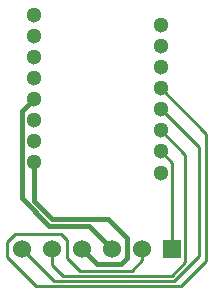
<source format=gtl>
%TF.GenerationSoftware,KiCad,Pcbnew,7.0.10*%
%TF.CreationDate,2024-02-19T13:55:26+09:00*%
%TF.ProjectId,trackball,74726163-6b62-4616-9c6c-2e6b69636164,rev?*%
%TF.SameCoordinates,Original*%
%TF.FileFunction,Copper,L1,Top*%
%TF.FilePolarity,Positive*%
%FSLAX46Y46*%
G04 Gerber Fmt 4.6, Leading zero omitted, Abs format (unit mm)*
G04 Created by KiCad (PCBNEW 7.0.10) date 2024-02-19 13:55:26*
%MOMM*%
%LPD*%
G01*
G04 APERTURE LIST*
%TA.AperFunction,ComponentPad*%
%ADD10R,1.524000X1.524000*%
%TD*%
%TA.AperFunction,ComponentPad*%
%ADD11C,1.524000*%
%TD*%
%TA.AperFunction,ComponentPad*%
%ADD12C,1.300000*%
%TD*%
%TA.AperFunction,Conductor*%
%ADD13C,0.400000*%
%TD*%
%TA.AperFunction,Conductor*%
%ADD14C,0.250000*%
%TD*%
G04 APERTURE END LIST*
D10*
%TO.P,J1,1,SCLK*%
%TO.N,SCLK*%
X53950000Y-64575000D03*
D11*
%TO.P,J1,2,NCS*%
%TO.N,NCS*%
X51410000Y-64575000D03*
%TO.P,J1,3,VCC*%
%TO.N,VCC*%
X48870000Y-64575000D03*
%TO.P,J1,4,GND*%
%TO.N,GND*%
X46330000Y-64575000D03*
%TO.P,J1,5,MOSI*%
%TO.N,MOSI*%
X43790000Y-64575000D03*
%TO.P,J1,6,MISO*%
%TO.N,MISO*%
X41250000Y-64575000D03*
%TD*%
D12*
%TO.P,U1,1*%
%TO.N,N/C*%
X42250000Y-44715000D03*
%TO.P,U1,2*%
X42250000Y-46495000D03*
%TO.P,U1,3,VDDPIX*%
%TO.N,Net-(U1-VDDPIX)*%
X42250000Y-48275000D03*
%TO.P,U1,4,VDD*%
%TO.N,VDD*%
X42250000Y-50055000D03*
%TO.P,U1,5,VDDIO*%
%TO.N,VCC*%
X42250000Y-51835000D03*
%TO.P,U1,6*%
%TO.N,N/C*%
X42250000Y-53615000D03*
%TO.P,U1,7,~{RESET}*%
%TO.N,Net-(U1-~{RESET})*%
X42250000Y-55395000D03*
%TO.P,U1,8,GND*%
%TO.N,GND*%
X42250000Y-57175000D03*
%TO.P,U1,9,MOTION*%
%TO.N,unconnected-(U1-MOTION-Pad9)*%
X52950000Y-58065000D03*
%TO.P,U1,10,SCLK*%
%TO.N,SCLK*%
X52950000Y-56285000D03*
%TO.P,U1,11,MOSI*%
%TO.N,MOSI*%
X52950000Y-54505000D03*
%TO.P,U1,12,MISO*%
%TO.N,MISO*%
X52950000Y-52725000D03*
%TO.P,U1,13,~{CS}*%
%TO.N,NCS*%
X52950000Y-50945000D03*
%TO.P,U1,14*%
%TO.N,N/C*%
X52950000Y-49165000D03*
%TO.P,U1,15,LED_P*%
%TO.N,Net-(U1-LED_P)*%
X52950000Y-47385000D03*
%TO.P,U1,16*%
%TO.N,N/C*%
X52950000Y-45605000D03*
%TD*%
D13*
%TO.N,GND*%
X48498200Y-61985600D02*
X43784128Y-61985600D01*
X50139600Y-65303400D02*
X50139600Y-63627000D01*
X47596400Y-65841400D02*
X49601600Y-65841400D01*
X42250000Y-60451472D02*
X42250000Y-57175000D01*
X50139600Y-63627000D02*
X48498200Y-61985600D01*
X43784128Y-61985600D02*
X42250000Y-60451472D01*
X46330000Y-64575000D02*
X47596400Y-65841400D01*
X49601600Y-65841400D02*
X50139600Y-65303400D01*
%TO.N,VCC*%
X48870000Y-64567200D02*
X46888400Y-62585600D01*
X48870000Y-64575000D02*
X48870000Y-64567200D01*
X41200000Y-52885000D02*
X42250000Y-51835000D01*
X41200000Y-60250000D02*
X41200000Y-52885000D01*
X46888400Y-62585600D02*
X43535600Y-62585600D01*
X43535600Y-62585600D02*
X41200000Y-60250000D01*
D14*
%TO.N,SCLK*%
X52950000Y-56285000D02*
X53950000Y-57285000D01*
X53950000Y-57285000D02*
X53950000Y-64575000D01*
%TO.N,NCS*%
X56794400Y-54789400D02*
X52950000Y-50945000D01*
X50524400Y-66366400D02*
X46122600Y-66366400D01*
X56794400Y-65557400D02*
X56794400Y-54789400D01*
X39903400Y-63982600D02*
X39903400Y-65227200D01*
X44526200Y-63271400D02*
X40614600Y-63271400D01*
X51410000Y-64575000D02*
X51410000Y-65480800D01*
X42392600Y-67716400D02*
X54635400Y-67716400D01*
X54635400Y-67716400D02*
X56794400Y-65557400D01*
X40614600Y-63271400D02*
X39903400Y-63982600D01*
X39903400Y-65227200D02*
X42392600Y-67716400D01*
X45059600Y-65303400D02*
X45059600Y-63804800D01*
X45059600Y-63804800D02*
X44526200Y-63271400D01*
X51410000Y-65480800D02*
X50524400Y-66366400D01*
X46122600Y-66366400D02*
X45059600Y-65303400D01*
%TO.N,MOSI*%
X44693000Y-66816400D02*
X43790000Y-65913400D01*
X55037000Y-56592000D02*
X55037000Y-65662000D01*
X55037000Y-65662000D02*
X53882600Y-66816400D01*
X52950000Y-54505000D02*
X55037000Y-56592000D01*
X53882600Y-66816400D02*
X44693000Y-66816400D01*
X43790000Y-65913400D02*
X43790000Y-64575000D01*
%TO.N,MISO*%
X56159400Y-55934400D02*
X52950000Y-52725000D01*
X43941400Y-67266400D02*
X54068996Y-67266400D01*
X41250000Y-64575000D02*
X43941400Y-67266400D01*
X56159400Y-65175996D02*
X56159400Y-55934400D01*
X54068996Y-67266400D02*
X56159400Y-65175996D01*
%TD*%
M02*

</source>
